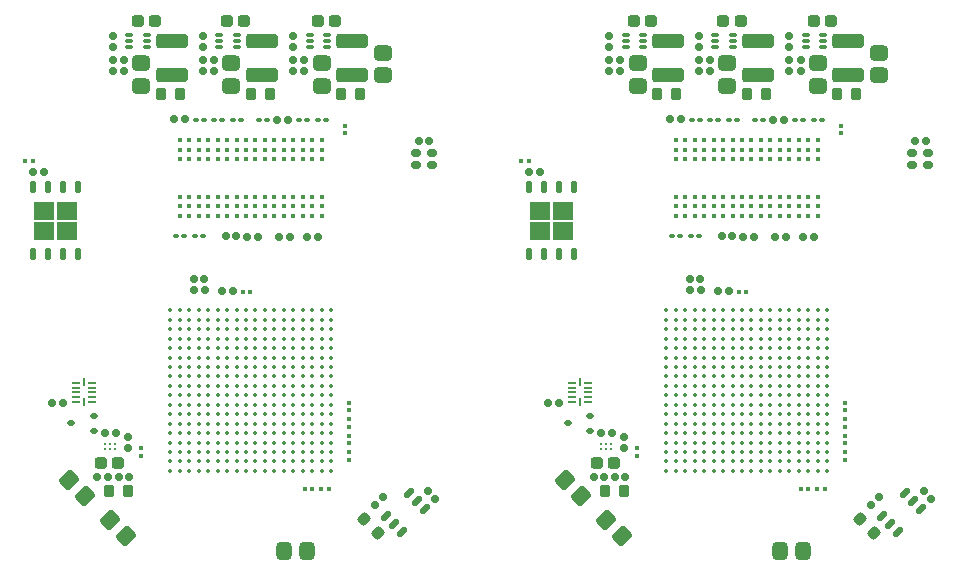
<source format=gbr>
G04*
G04 #@! TF.GenerationSoftware,Altium Limited,Altium Designer,22.4.2 (48)*
G04*
G04 Layer_Color=8421504*
%FSAX24Y24*%
%MOIN*%
G70*
G04*
G04 #@! TF.SameCoordinates,4E959B50-07AF-4267-8529-F93DF6EB4111*
G04*
G04*
G04 #@! TF.FilePolarity,Positive*
G04*
G01*
G75*
%ADD15C,0.0138*%
G04:AMPARAMS|DCode=16|XSize=31.5mil|YSize=27.6mil|CornerRadius=6.9mil|HoleSize=0mil|Usage=FLASHONLY|Rotation=0.000|XOffset=0mil|YOffset=0mil|HoleType=Round|Shape=RoundedRectangle|*
%AMROUNDEDRECTD16*
21,1,0.0315,0.0138,0,0,0.0*
21,1,0.0177,0.0276,0,0,0.0*
1,1,0.0138,0.0089,-0.0069*
1,1,0.0138,-0.0089,-0.0069*
1,1,0.0138,-0.0089,0.0069*
1,1,0.0138,0.0089,0.0069*
%
%ADD16ROUNDEDRECTD16*%
G04:AMPARAMS|DCode=17|XSize=25.2mil|YSize=25.2mil|CornerRadius=6.3mil|HoleSize=0mil|Usage=FLASHONLY|Rotation=90.000|XOffset=0mil|YOffset=0mil|HoleType=Round|Shape=RoundedRectangle|*
%AMROUNDEDRECTD17*
21,1,0.0252,0.0126,0,0,90.0*
21,1,0.0126,0.0252,0,0,90.0*
1,1,0.0126,0.0063,0.0063*
1,1,0.0126,0.0063,-0.0063*
1,1,0.0126,-0.0063,-0.0063*
1,1,0.0126,-0.0063,0.0063*
%
%ADD17ROUNDEDRECTD17*%
%ADD18C,0.0110*%
G04:AMPARAMS|DCode=19|XSize=39.4mil|YSize=35.4mil|CornerRadius=8.9mil|HoleSize=0mil|Usage=FLASHONLY|Rotation=90.000|XOffset=0mil|YOffset=0mil|HoleType=Round|Shape=RoundedRectangle|*
%AMROUNDEDRECTD19*
21,1,0.0394,0.0177,0,0,90.0*
21,1,0.0217,0.0354,0,0,90.0*
1,1,0.0177,0.0089,0.0108*
1,1,0.0177,0.0089,-0.0108*
1,1,0.0177,-0.0089,-0.0108*
1,1,0.0177,-0.0089,0.0108*
%
%ADD19ROUNDEDRECTD19*%
G04:AMPARAMS|DCode=20|XSize=39.4mil|YSize=35.4mil|CornerRadius=8.9mil|HoleSize=0mil|Usage=FLASHONLY|Rotation=225.000|XOffset=0mil|YOffset=0mil|HoleType=Round|Shape=RoundedRectangle|*
%AMROUNDEDRECTD20*
21,1,0.0394,0.0177,0,0,225.0*
21,1,0.0217,0.0354,0,0,225.0*
1,1,0.0177,-0.0139,-0.0014*
1,1,0.0177,0.0014,0.0139*
1,1,0.0177,0.0139,0.0014*
1,1,0.0177,-0.0014,-0.0139*
%
%ADD20ROUNDEDRECTD20*%
G04:AMPARAMS|DCode=21|XSize=107.1mil|YSize=48.4mil|CornerRadius=12.1mil|HoleSize=0mil|Usage=FLASHONLY|Rotation=0.000|XOffset=0mil|YOffset=0mil|HoleType=Round|Shape=RoundedRectangle|*
%AMROUNDEDRECTD21*
21,1,0.1071,0.0242,0,0,0.0*
21,1,0.0829,0.0484,0,0,0.0*
1,1,0.0242,0.0414,-0.0121*
1,1,0.0242,-0.0414,-0.0121*
1,1,0.0242,-0.0414,0.0121*
1,1,0.0242,0.0414,0.0121*
%
%ADD21ROUNDEDRECTD21*%
G04:AMPARAMS|DCode=22|XSize=59.1mil|YSize=51.2mil|CornerRadius=12.8mil|HoleSize=0mil|Usage=FLASHONLY|Rotation=0.000|XOffset=0mil|YOffset=0mil|HoleType=Round|Shape=RoundedRectangle|*
%AMROUNDEDRECTD22*
21,1,0.0591,0.0256,0,0,0.0*
21,1,0.0335,0.0512,0,0,0.0*
1,1,0.0256,0.0167,-0.0128*
1,1,0.0256,-0.0167,-0.0128*
1,1,0.0256,-0.0167,0.0128*
1,1,0.0256,0.0167,0.0128*
%
%ADD22ROUNDEDRECTD22*%
G04:AMPARAMS|DCode=23|XSize=37.4mil|YSize=41.3mil|CornerRadius=9.4mil|HoleSize=0mil|Usage=FLASHONLY|Rotation=270.000|XOffset=0mil|YOffset=0mil|HoleType=Round|Shape=RoundedRectangle|*
%AMROUNDEDRECTD23*
21,1,0.0374,0.0226,0,0,270.0*
21,1,0.0187,0.0413,0,0,270.0*
1,1,0.0187,-0.0113,-0.0094*
1,1,0.0187,-0.0113,0.0094*
1,1,0.0187,0.0113,0.0094*
1,1,0.0187,0.0113,-0.0094*
%
%ADD23ROUNDEDRECTD23*%
G04:AMPARAMS|DCode=24|XSize=59.1mil|YSize=51.2mil|CornerRadius=12.8mil|HoleSize=0mil|Usage=FLASHONLY|Rotation=45.000|XOffset=0mil|YOffset=0mil|HoleType=Round|Shape=RoundedRectangle|*
%AMROUNDEDRECTD24*
21,1,0.0591,0.0256,0,0,45.0*
21,1,0.0335,0.0512,0,0,45.0*
1,1,0.0256,0.0209,0.0028*
1,1,0.0256,-0.0028,-0.0209*
1,1,0.0256,-0.0209,-0.0028*
1,1,0.0256,0.0028,0.0209*
%
%ADD24ROUNDEDRECTD24*%
G04:AMPARAMS|DCode=25|XSize=59.1mil|YSize=51.2mil|CornerRadius=12.8mil|HoleSize=0mil|Usage=FLASHONLY|Rotation=90.000|XOffset=0mil|YOffset=0mil|HoleType=Round|Shape=RoundedRectangle|*
%AMROUNDEDRECTD25*
21,1,0.0591,0.0256,0,0,90.0*
21,1,0.0335,0.0512,0,0,90.0*
1,1,0.0256,0.0128,0.0167*
1,1,0.0256,0.0128,-0.0167*
1,1,0.0256,-0.0128,-0.0167*
1,1,0.0256,-0.0128,0.0167*
%
%ADD25ROUNDEDRECTD25*%
G04:AMPARAMS|DCode=26|XSize=23.6mil|YSize=23.6mil|CornerRadius=5.9mil|HoleSize=0mil|Usage=FLASHONLY|Rotation=270.000|XOffset=0mil|YOffset=0mil|HoleType=Round|Shape=RoundedRectangle|*
%AMROUNDEDRECTD26*
21,1,0.0236,0.0118,0,0,270.0*
21,1,0.0118,0.0236,0,0,270.0*
1,1,0.0118,-0.0059,-0.0059*
1,1,0.0118,-0.0059,0.0059*
1,1,0.0118,0.0059,0.0059*
1,1,0.0118,0.0059,-0.0059*
%
%ADD26ROUNDEDRECTD26*%
G04:AMPARAMS|DCode=27|XSize=23.6mil|YSize=23.6mil|CornerRadius=5.9mil|HoleSize=0mil|Usage=FLASHONLY|Rotation=0.000|XOffset=0mil|YOffset=0mil|HoleType=Round|Shape=RoundedRectangle|*
%AMROUNDEDRECTD27*
21,1,0.0236,0.0118,0,0,0.0*
21,1,0.0118,0.0236,0,0,0.0*
1,1,0.0118,0.0059,-0.0059*
1,1,0.0118,-0.0059,-0.0059*
1,1,0.0118,-0.0059,0.0059*
1,1,0.0118,0.0059,0.0059*
%
%ADD27ROUNDEDRECTD27*%
G04:AMPARAMS|DCode=28|XSize=25.2mil|YSize=25.2mil|CornerRadius=6.3mil|HoleSize=0mil|Usage=FLASHONLY|Rotation=0.000|XOffset=0mil|YOffset=0mil|HoleType=Round|Shape=RoundedRectangle|*
%AMROUNDEDRECTD28*
21,1,0.0252,0.0126,0,0,0.0*
21,1,0.0126,0.0252,0,0,0.0*
1,1,0.0126,0.0063,-0.0063*
1,1,0.0126,-0.0063,-0.0063*
1,1,0.0126,-0.0063,0.0063*
1,1,0.0126,0.0063,0.0063*
%
%ADD28ROUNDEDRECTD28*%
G04:AMPARAMS|DCode=29|XSize=25.2mil|YSize=25.2mil|CornerRadius=6.3mil|HoleSize=0mil|Usage=FLASHONLY|Rotation=315.000|XOffset=0mil|YOffset=0mil|HoleType=Round|Shape=RoundedRectangle|*
%AMROUNDEDRECTD29*
21,1,0.0252,0.0126,0,0,315.0*
21,1,0.0126,0.0252,0,0,315.0*
1,1,0.0126,0.0000,-0.0089*
1,1,0.0126,-0.0089,0.0000*
1,1,0.0126,0.0000,0.0089*
1,1,0.0126,0.0089,0.0000*
%
%ADD29ROUNDEDRECTD29*%
G04:AMPARAMS|DCode=30|XSize=25.2mil|YSize=25.2mil|CornerRadius=6.3mil|HoleSize=0mil|Usage=FLASHONLY|Rotation=225.000|XOffset=0mil|YOffset=0mil|HoleType=Round|Shape=RoundedRectangle|*
%AMROUNDEDRECTD30*
21,1,0.0252,0.0126,0,0,225.0*
21,1,0.0126,0.0252,0,0,225.0*
1,1,0.0126,-0.0089,0.0000*
1,1,0.0126,0.0000,0.0089*
1,1,0.0126,0.0089,0.0000*
1,1,0.0126,0.0000,-0.0089*
%
%ADD30ROUNDEDRECTD30*%
G04:AMPARAMS|DCode=31|XSize=13.8mil|YSize=15.7mil|CornerRadius=3.4mil|HoleSize=0mil|Usage=FLASHONLY|Rotation=270.000|XOffset=0mil|YOffset=0mil|HoleType=Round|Shape=RoundedRectangle|*
%AMROUNDEDRECTD31*
21,1,0.0138,0.0089,0,0,270.0*
21,1,0.0069,0.0157,0,0,270.0*
1,1,0.0069,-0.0044,-0.0034*
1,1,0.0069,-0.0044,0.0034*
1,1,0.0069,0.0044,0.0034*
1,1,0.0069,0.0044,-0.0034*
%
%ADD31ROUNDEDRECTD31*%
G04:AMPARAMS|DCode=32|XSize=13.8mil|YSize=15.7mil|CornerRadius=3.4mil|HoleSize=0mil|Usage=FLASHONLY|Rotation=180.000|XOffset=0mil|YOffset=0mil|HoleType=Round|Shape=RoundedRectangle|*
%AMROUNDEDRECTD32*
21,1,0.0138,0.0089,0,0,180.0*
21,1,0.0069,0.0157,0,0,180.0*
1,1,0.0069,-0.0034,0.0044*
1,1,0.0069,0.0034,0.0044*
1,1,0.0069,0.0034,-0.0044*
1,1,0.0069,-0.0034,-0.0044*
%
%ADD32ROUNDEDRECTD32*%
G04:AMPARAMS|DCode=33|XSize=16.5mil|YSize=18.1mil|CornerRadius=4.1mil|HoleSize=0mil|Usage=FLASHONLY|Rotation=270.000|XOffset=0mil|YOffset=0mil|HoleType=Round|Shape=RoundedRectangle|*
%AMROUNDEDRECTD33*
21,1,0.0165,0.0098,0,0,270.0*
21,1,0.0083,0.0181,0,0,270.0*
1,1,0.0083,-0.0049,-0.0041*
1,1,0.0083,-0.0049,0.0041*
1,1,0.0083,0.0049,0.0041*
1,1,0.0083,0.0049,-0.0041*
%
%ADD33ROUNDEDRECTD33*%
G04:AMPARAMS|DCode=34|XSize=11.8mil|YSize=26.4mil|CornerRadius=3mil|HoleSize=0mil|Usage=FLASHONLY|Rotation=270.000|XOffset=0mil|YOffset=0mil|HoleType=Round|Shape=RoundedRectangle|*
%AMROUNDEDRECTD34*
21,1,0.0118,0.0205,0,0,270.0*
21,1,0.0059,0.0264,0,0,270.0*
1,1,0.0059,-0.0102,-0.0030*
1,1,0.0059,-0.0102,0.0030*
1,1,0.0059,0.0102,0.0030*
1,1,0.0059,0.0102,-0.0030*
%
%ADD34ROUNDEDRECTD34*%
%ADD35C,0.0157*%
G04:AMPARAMS|DCode=36|XSize=21.7mil|YSize=39.4mil|CornerRadius=5.4mil|HoleSize=0mil|Usage=FLASHONLY|Rotation=135.000|XOffset=0mil|YOffset=0mil|HoleType=Round|Shape=RoundedRectangle|*
%AMROUNDEDRECTD36*
21,1,0.0217,0.0285,0,0,135.0*
21,1,0.0108,0.0394,0,0,135.0*
1,1,0.0108,0.0063,0.0139*
1,1,0.0108,0.0139,0.0063*
1,1,0.0108,-0.0063,-0.0139*
1,1,0.0108,-0.0139,-0.0063*
%
%ADD36ROUNDEDRECTD36*%
G04:AMPARAMS|DCode=37|XSize=18.5mil|YSize=23.6mil|CornerRadius=4.6mil|HoleSize=0mil|Usage=FLASHONLY|Rotation=90.000|XOffset=0mil|YOffset=0mil|HoleType=Round|Shape=RoundedRectangle|*
%AMROUNDEDRECTD37*
21,1,0.0185,0.0144,0,0,90.0*
21,1,0.0093,0.0236,0,0,90.0*
1,1,0.0093,0.0072,0.0046*
1,1,0.0093,0.0072,-0.0046*
1,1,0.0093,-0.0072,-0.0046*
1,1,0.0093,-0.0072,0.0046*
%
%ADD37ROUNDEDRECTD37*%
G04:AMPARAMS|DCode=38|XSize=7.9mil|YSize=27.6mil|CornerRadius=2mil|HoleSize=0mil|Usage=FLASHONLY|Rotation=180.000|XOffset=0mil|YOffset=0mil|HoleType=Round|Shape=RoundedRectangle|*
%AMROUNDEDRECTD38*
21,1,0.0079,0.0236,0,0,180.0*
21,1,0.0039,0.0276,0,0,180.0*
1,1,0.0039,-0.0020,0.0118*
1,1,0.0039,0.0020,0.0118*
1,1,0.0039,0.0020,-0.0118*
1,1,0.0039,-0.0020,-0.0118*
%
%ADD38ROUNDEDRECTD38*%
G04:AMPARAMS|DCode=39|XSize=7.9mil|YSize=27.6mil|CornerRadius=2mil|HoleSize=0mil|Usage=FLASHONLY|Rotation=270.000|XOffset=0mil|YOffset=0mil|HoleType=Round|Shape=RoundedRectangle|*
%AMROUNDEDRECTD39*
21,1,0.0079,0.0236,0,0,270.0*
21,1,0.0039,0.0276,0,0,270.0*
1,1,0.0039,-0.0118,-0.0020*
1,1,0.0039,-0.0118,0.0020*
1,1,0.0039,0.0118,0.0020*
1,1,0.0039,0.0118,-0.0020*
%
%ADD39ROUNDEDRECTD39*%
G04:AMPARAMS|DCode=40|XSize=17.7mil|YSize=41.3mil|CornerRadius=4.4mil|HoleSize=0mil|Usage=FLASHONLY|Rotation=180.000|XOffset=0mil|YOffset=0mil|HoleType=Round|Shape=RoundedRectangle|*
%AMROUNDEDRECTD40*
21,1,0.0177,0.0325,0,0,180.0*
21,1,0.0089,0.0413,0,0,180.0*
1,1,0.0089,-0.0044,0.0162*
1,1,0.0089,0.0044,0.0162*
1,1,0.0089,0.0044,-0.0162*
1,1,0.0089,-0.0044,-0.0162*
%
%ADD40ROUNDEDRECTD40*%
%ADD60R,0.0709X0.0591*%
%ADD61R,0.0709X0.0591*%
%ADD62R,0.0709X0.0591*%
%ADD63R,0.0709X0.0591*%
D15*
X012913Y009528D02*
D03*
X013228Y008898D02*
D03*
Y012677D02*
D03*
X014173Y012992D02*
D03*
X013228Y009528D02*
D03*
Y012362D02*
D03*
X014488Y012992D02*
D03*
Y013307D02*
D03*
Y012677D02*
D03*
X014173Y013307D02*
D03*
Y012677D02*
D03*
X014488Y012362D02*
D03*
X014173D02*
D03*
Y012047D02*
D03*
X013858Y012362D02*
D03*
Y012047D02*
D03*
Y013307D02*
D03*
X013543Y012992D02*
D03*
X013858D02*
D03*
X013543Y013307D02*
D03*
X013228Y012992D02*
D03*
X013858Y012677D02*
D03*
X013543Y012362D02*
D03*
Y012047D02*
D03*
Y012677D02*
D03*
X014488Y011732D02*
D03*
Y012047D02*
D03*
Y011417D02*
D03*
X014173D02*
D03*
Y011732D02*
D03*
X013858Y011102D02*
D03*
X014488D02*
D03*
X014173Y010787D02*
D03*
X014488D02*
D03*
X014173Y011102D02*
D03*
X013858Y010787D02*
D03*
Y011732D02*
D03*
X013543D02*
D03*
Y011417D02*
D03*
X013228Y011732D02*
D03*
Y011417D02*
D03*
X013858D02*
D03*
X013543Y011102D02*
D03*
Y010787D02*
D03*
X013228Y011102D02*
D03*
Y010787D02*
D03*
Y013307D02*
D03*
X012913D02*
D03*
Y012992D02*
D03*
X012598D02*
D03*
Y013307D02*
D03*
Y012677D02*
D03*
X012913Y012362D02*
D03*
Y012677D02*
D03*
X013228Y012047D02*
D03*
X012598Y012362D02*
D03*
X012283Y012047D02*
D03*
Y013307D02*
D03*
X011969Y012992D02*
D03*
X012283D02*
D03*
X011969Y013307D02*
D03*
X011654D02*
D03*
Y012992D02*
D03*
X012283Y012677D02*
D03*
X011969Y012362D02*
D03*
X012283D02*
D03*
X011654Y012677D02*
D03*
X011969D02*
D03*
X012913Y011732D02*
D03*
Y012047D02*
D03*
Y011417D02*
D03*
X012598Y011732D02*
D03*
Y012047D02*
D03*
Y011417D02*
D03*
X012913Y011102D02*
D03*
X012598Y010787D02*
D03*
X012913D02*
D03*
X012598Y011102D02*
D03*
X012283Y010787D02*
D03*
Y011732D02*
D03*
X011969Y011417D02*
D03*
X012283D02*
D03*
X011969Y012047D02*
D03*
Y011732D02*
D03*
X012283Y011102D02*
D03*
X011969D02*
D03*
Y010787D02*
D03*
X011654Y011102D02*
D03*
X014488Y010157D02*
D03*
Y010472D02*
D03*
Y009843D02*
D03*
X014173D02*
D03*
Y010157D02*
D03*
Y009528D02*
D03*
X014488D02*
D03*
X014173Y009213D02*
D03*
Y010472D02*
D03*
X013858D02*
D03*
Y010157D02*
D03*
X013543D02*
D03*
Y010472D02*
D03*
Y009843D02*
D03*
X013858Y009528D02*
D03*
Y009843D02*
D03*
X013543Y009213D02*
D03*
Y009528D02*
D03*
X013228Y009213D02*
D03*
X014488Y008898D02*
D03*
Y009213D02*
D03*
Y008583D02*
D03*
X014173D02*
D03*
Y008898D02*
D03*
X013858Y008268D02*
D03*
X014488D02*
D03*
X014173Y007953D02*
D03*
X014488D02*
D03*
X014173Y008268D02*
D03*
X013858Y007953D02*
D03*
Y008898D02*
D03*
Y009213D02*
D03*
X013543Y008583D02*
D03*
Y008898D02*
D03*
X013858Y008583D02*
D03*
X013543Y008268D02*
D03*
Y007953D02*
D03*
X013228Y008268D02*
D03*
Y007953D02*
D03*
Y010472D02*
D03*
X012913Y010157D02*
D03*
X013228D02*
D03*
X012913Y010472D02*
D03*
X012598Y010157D02*
D03*
Y009843D02*
D03*
X013228D02*
D03*
X012913D02*
D03*
X012598Y009528D02*
D03*
Y010472D02*
D03*
X012283D02*
D03*
X011969Y010157D02*
D03*
Y010472D02*
D03*
X011654Y010157D02*
D03*
X012283Y009843D02*
D03*
Y010157D02*
D03*
Y009528D02*
D03*
X011969Y009843D02*
D03*
Y009528D02*
D03*
X012913Y008898D02*
D03*
Y009213D02*
D03*
Y008583D02*
D03*
X012598Y008898D02*
D03*
Y009213D02*
D03*
Y008583D02*
D03*
X013228D02*
D03*
X012913Y008268D02*
D03*
Y007953D02*
D03*
X012598Y008268D02*
D03*
Y007953D02*
D03*
X012283Y008898D02*
D03*
Y009213D02*
D03*
X011969Y008583D02*
D03*
Y009213D02*
D03*
Y008898D02*
D03*
X012283Y008268D02*
D03*
Y008583D02*
D03*
Y007953D02*
D03*
X011969Y008268D02*
D03*
Y007953D02*
D03*
X011339Y012992D02*
D03*
Y013307D02*
D03*
Y012677D02*
D03*
X011024Y012992D02*
D03*
Y013307D02*
D03*
Y012677D02*
D03*
X011654Y012362D02*
D03*
X011339D02*
D03*
Y012047D02*
D03*
X011024Y012362D02*
D03*
Y012047D02*
D03*
X010709Y013307D02*
D03*
X010394Y012992D02*
D03*
X010709D02*
D03*
Y012362D02*
D03*
Y012677D02*
D03*
Y012047D02*
D03*
X010394Y012362D02*
D03*
Y012047D02*
D03*
X011654Y011732D02*
D03*
Y012047D02*
D03*
Y011417D02*
D03*
X011339D02*
D03*
Y011732D02*
D03*
Y011102D02*
D03*
X011654Y010787D02*
D03*
X011339D02*
D03*
Y010472D02*
D03*
X011024Y010787D02*
D03*
Y010472D02*
D03*
Y011732D02*
D03*
X010709Y011417D02*
D03*
X011024D02*
D03*
X010709Y011732D02*
D03*
X010394Y011417D02*
D03*
X011024Y011102D02*
D03*
X010709D02*
D03*
Y010787D02*
D03*
X010394Y011102D02*
D03*
Y010787D02*
D03*
Y013307D02*
D03*
X010079Y012992D02*
D03*
Y012677D02*
D03*
Y013307D02*
D03*
X009764Y012992D02*
D03*
Y012677D02*
D03*
X010394D02*
D03*
X010079Y012362D02*
D03*
Y012047D02*
D03*
X009764Y012362D02*
D03*
Y012047D02*
D03*
Y013307D02*
D03*
X009449D02*
D03*
Y012992D02*
D03*
X009134D02*
D03*
Y013307D02*
D03*
Y012677D02*
D03*
X009449Y012362D02*
D03*
Y012677D02*
D03*
Y012047D02*
D03*
X009134Y012362D02*
D03*
Y012047D02*
D03*
X010394Y011732D02*
D03*
X010079Y011417D02*
D03*
Y011102D02*
D03*
Y011732D02*
D03*
X009764Y011417D02*
D03*
Y011102D02*
D03*
X010079Y010472D02*
D03*
Y010787D02*
D03*
X010394Y010472D02*
D03*
X009764Y010787D02*
D03*
Y010472D02*
D03*
Y011732D02*
D03*
X009449D02*
D03*
Y011417D02*
D03*
X009134Y011732D02*
D03*
Y011417D02*
D03*
X009449Y010787D02*
D03*
Y011102D02*
D03*
Y010472D02*
D03*
X009134Y011102D02*
D03*
Y010787D02*
D03*
X011654Y009843D02*
D03*
Y010472D02*
D03*
Y009528D02*
D03*
X011339Y009843D02*
D03*
Y010157D02*
D03*
Y009528D02*
D03*
X011654Y009213D02*
D03*
X011339Y008898D02*
D03*
X011024Y009213D02*
D03*
X011339D02*
D03*
X011024Y010157D02*
D03*
X010709Y009843D02*
D03*
X011024D02*
D03*
X010709Y010157D02*
D03*
Y010472D02*
D03*
X010394Y009528D02*
D03*
X011024D02*
D03*
X010709Y009213D02*
D03*
Y009528D02*
D03*
X010394Y008898D02*
D03*
X011654D02*
D03*
X011339Y008583D02*
D03*
X011654D02*
D03*
X011024D02*
D03*
Y008898D02*
D03*
Y008268D02*
D03*
X011654D02*
D03*
X011339Y007953D02*
D03*
X011654D02*
D03*
X011339Y008268D02*
D03*
X011024Y007953D02*
D03*
X010709Y008583D02*
D03*
Y008898D02*
D03*
Y008268D02*
D03*
X010394Y008583D02*
D03*
Y008268D02*
D03*
Y007953D02*
D03*
X010709D02*
D03*
X010394Y010157D02*
D03*
X010079Y009843D02*
D03*
X010394D02*
D03*
X010079Y010157D02*
D03*
X009764D02*
D03*
Y009843D02*
D03*
X010079Y009528D02*
D03*
X009764Y009213D02*
D03*
X010079D02*
D03*
X009764Y009528D02*
D03*
X009449Y009213D02*
D03*
Y009843D02*
D03*
Y010157D02*
D03*
X009134Y009528D02*
D03*
Y010157D02*
D03*
Y010472D02*
D03*
Y009843D02*
D03*
X009449Y009528D02*
D03*
X009134Y009213D02*
D03*
X010394D02*
D03*
X010079Y008898D02*
D03*
Y008583D02*
D03*
X009764D02*
D03*
Y008898D02*
D03*
X009449Y008268D02*
D03*
X010079D02*
D03*
X009764Y007953D02*
D03*
X010079D02*
D03*
X009764Y008268D02*
D03*
X009449Y007953D02*
D03*
Y008583D02*
D03*
Y008898D02*
D03*
X009134Y008268D02*
D03*
Y008898D02*
D03*
Y008583D02*
D03*
Y007953D02*
D03*
X029449Y009528D02*
D03*
X029764Y008898D02*
D03*
Y012677D02*
D03*
X030709Y012992D02*
D03*
X029764Y009528D02*
D03*
Y012362D02*
D03*
X031024Y012992D02*
D03*
Y013307D02*
D03*
Y012677D02*
D03*
X030709Y013307D02*
D03*
Y012677D02*
D03*
X031024Y012362D02*
D03*
X030709D02*
D03*
Y012047D02*
D03*
X030394Y012362D02*
D03*
Y012047D02*
D03*
Y013307D02*
D03*
X030079Y012992D02*
D03*
X030394D02*
D03*
X030079Y013307D02*
D03*
X029764Y012992D02*
D03*
X030394Y012677D02*
D03*
X030079Y012362D02*
D03*
Y012047D02*
D03*
Y012677D02*
D03*
X031024Y011732D02*
D03*
Y012047D02*
D03*
Y011417D02*
D03*
X030709D02*
D03*
Y011732D02*
D03*
X030394Y011102D02*
D03*
X031024D02*
D03*
X030709Y010787D02*
D03*
X031024D02*
D03*
X030709Y011102D02*
D03*
X030394Y010787D02*
D03*
Y011732D02*
D03*
X030079D02*
D03*
Y011417D02*
D03*
X029764Y011732D02*
D03*
Y011417D02*
D03*
X030394D02*
D03*
X030079Y011102D02*
D03*
Y010787D02*
D03*
X029764Y011102D02*
D03*
Y010787D02*
D03*
Y013307D02*
D03*
X029449D02*
D03*
Y012992D02*
D03*
X029134D02*
D03*
Y013307D02*
D03*
Y012677D02*
D03*
X029449Y012362D02*
D03*
Y012677D02*
D03*
X029764Y012047D02*
D03*
X029134Y012362D02*
D03*
X028819Y012047D02*
D03*
Y013307D02*
D03*
X028504Y012992D02*
D03*
X028819D02*
D03*
X028504Y013307D02*
D03*
X028189D02*
D03*
Y012992D02*
D03*
X028819Y012677D02*
D03*
X028504Y012362D02*
D03*
X028819D02*
D03*
X028189Y012677D02*
D03*
X028504D02*
D03*
X029449Y011732D02*
D03*
Y012047D02*
D03*
Y011417D02*
D03*
X029134Y011732D02*
D03*
Y012047D02*
D03*
Y011417D02*
D03*
X029449Y011102D02*
D03*
X029134Y010787D02*
D03*
X029449D02*
D03*
X029134Y011102D02*
D03*
X028819Y010787D02*
D03*
Y011732D02*
D03*
X028504Y011417D02*
D03*
X028819D02*
D03*
X028504Y012047D02*
D03*
Y011732D02*
D03*
X028819Y011102D02*
D03*
X028504D02*
D03*
Y010787D02*
D03*
X028189Y011102D02*
D03*
X031024Y010157D02*
D03*
Y010472D02*
D03*
Y009843D02*
D03*
X030709D02*
D03*
Y010157D02*
D03*
Y009528D02*
D03*
X031024D02*
D03*
X030709Y009213D02*
D03*
Y010472D02*
D03*
X030394D02*
D03*
Y010157D02*
D03*
X030079D02*
D03*
Y010472D02*
D03*
Y009843D02*
D03*
X030394Y009528D02*
D03*
Y009843D02*
D03*
X030079Y009213D02*
D03*
Y009528D02*
D03*
X029764Y009213D02*
D03*
X031024Y008898D02*
D03*
Y009213D02*
D03*
Y008583D02*
D03*
X030709D02*
D03*
Y008898D02*
D03*
X030394Y008268D02*
D03*
X031024D02*
D03*
X030709Y007953D02*
D03*
X031024D02*
D03*
X030709Y008268D02*
D03*
X030394Y007953D02*
D03*
Y008898D02*
D03*
Y009213D02*
D03*
X030079Y008583D02*
D03*
Y008898D02*
D03*
X030394Y008583D02*
D03*
X030079Y008268D02*
D03*
Y007953D02*
D03*
X029764Y008268D02*
D03*
Y007953D02*
D03*
Y010472D02*
D03*
X029449Y010157D02*
D03*
X029764D02*
D03*
X029449Y010472D02*
D03*
X029134Y010157D02*
D03*
Y009843D02*
D03*
X029764D02*
D03*
X029449D02*
D03*
X029134Y009528D02*
D03*
Y010472D02*
D03*
X028819D02*
D03*
X028504Y010157D02*
D03*
Y010472D02*
D03*
X028189Y010157D02*
D03*
X028819Y009843D02*
D03*
Y010157D02*
D03*
Y009528D02*
D03*
X028504Y009843D02*
D03*
Y009528D02*
D03*
X029449Y008898D02*
D03*
Y009213D02*
D03*
Y008583D02*
D03*
X029134Y008898D02*
D03*
Y009213D02*
D03*
Y008583D02*
D03*
X029764D02*
D03*
X029449Y008268D02*
D03*
Y007953D02*
D03*
X029134Y008268D02*
D03*
Y007953D02*
D03*
X028819Y008898D02*
D03*
Y009213D02*
D03*
X028504Y008583D02*
D03*
Y009213D02*
D03*
Y008898D02*
D03*
X028819Y008268D02*
D03*
Y008583D02*
D03*
Y007953D02*
D03*
X028504Y008268D02*
D03*
Y007953D02*
D03*
X027874Y012992D02*
D03*
Y013307D02*
D03*
Y012677D02*
D03*
X027559Y012992D02*
D03*
Y013307D02*
D03*
Y012677D02*
D03*
X028189Y012362D02*
D03*
X027874D02*
D03*
Y012047D02*
D03*
X027559Y012362D02*
D03*
Y012047D02*
D03*
X027244Y013307D02*
D03*
X026929Y012992D02*
D03*
X027244D02*
D03*
Y012362D02*
D03*
Y012677D02*
D03*
Y012047D02*
D03*
X026929Y012362D02*
D03*
Y012047D02*
D03*
X028189Y011732D02*
D03*
Y012047D02*
D03*
Y011417D02*
D03*
X027874D02*
D03*
Y011732D02*
D03*
Y011102D02*
D03*
X028189Y010787D02*
D03*
X027874D02*
D03*
Y010472D02*
D03*
X027559Y010787D02*
D03*
Y010472D02*
D03*
Y011732D02*
D03*
X027244Y011417D02*
D03*
X027559D02*
D03*
X027244Y011732D02*
D03*
X026929Y011417D02*
D03*
X027559Y011102D02*
D03*
X027244D02*
D03*
Y010787D02*
D03*
X026929Y011102D02*
D03*
Y010787D02*
D03*
Y013307D02*
D03*
X026614Y012992D02*
D03*
Y012677D02*
D03*
Y013307D02*
D03*
X026299Y012992D02*
D03*
Y012677D02*
D03*
X026929D02*
D03*
X026614Y012362D02*
D03*
Y012047D02*
D03*
X026299Y012362D02*
D03*
Y012047D02*
D03*
Y013307D02*
D03*
X025984D02*
D03*
Y012992D02*
D03*
X025669D02*
D03*
Y013307D02*
D03*
Y012677D02*
D03*
X025984Y012362D02*
D03*
Y012677D02*
D03*
Y012047D02*
D03*
X025669Y012362D02*
D03*
Y012047D02*
D03*
X026929Y011732D02*
D03*
X026614Y011417D02*
D03*
Y011102D02*
D03*
Y011732D02*
D03*
X026299Y011417D02*
D03*
Y011102D02*
D03*
X026614Y010472D02*
D03*
Y010787D02*
D03*
X026929Y010472D02*
D03*
X026299Y010787D02*
D03*
Y010472D02*
D03*
Y011732D02*
D03*
X025984D02*
D03*
Y011417D02*
D03*
X025669Y011732D02*
D03*
Y011417D02*
D03*
X025984Y010787D02*
D03*
Y011102D02*
D03*
Y010472D02*
D03*
X025669Y011102D02*
D03*
Y010787D02*
D03*
X028189Y009843D02*
D03*
Y010472D02*
D03*
Y009528D02*
D03*
X027874Y009843D02*
D03*
Y010157D02*
D03*
Y009528D02*
D03*
X028189Y009213D02*
D03*
X027874Y008898D02*
D03*
X027559Y009213D02*
D03*
X027874D02*
D03*
X027559Y010157D02*
D03*
X027244Y009843D02*
D03*
X027559D02*
D03*
X027244Y010157D02*
D03*
Y010472D02*
D03*
X026929Y009528D02*
D03*
X027559D02*
D03*
X027244Y009213D02*
D03*
Y009528D02*
D03*
X026929Y008898D02*
D03*
X028189D02*
D03*
X027874Y008583D02*
D03*
X028189D02*
D03*
X027559D02*
D03*
Y008898D02*
D03*
Y008268D02*
D03*
X028189D02*
D03*
X027874Y007953D02*
D03*
X028189D02*
D03*
X027874Y008268D02*
D03*
X027559Y007953D02*
D03*
X027244Y008583D02*
D03*
Y008898D02*
D03*
Y008268D02*
D03*
X026929Y008583D02*
D03*
Y008268D02*
D03*
Y007953D02*
D03*
X027244D02*
D03*
X026929Y010157D02*
D03*
X026614Y009843D02*
D03*
X026929D02*
D03*
X026614Y010157D02*
D03*
X026299D02*
D03*
Y009843D02*
D03*
X026614Y009528D02*
D03*
X026299Y009213D02*
D03*
X026614D02*
D03*
X026299Y009528D02*
D03*
X025984Y009213D02*
D03*
Y009843D02*
D03*
Y010157D02*
D03*
X025669Y009528D02*
D03*
Y010157D02*
D03*
Y010472D02*
D03*
Y009843D02*
D03*
X025984Y009528D02*
D03*
X025669Y009213D02*
D03*
X026929D02*
D03*
X026614Y008898D02*
D03*
Y008583D02*
D03*
X026299D02*
D03*
Y008898D02*
D03*
X025984Y008268D02*
D03*
X026614D02*
D03*
X026299Y007953D02*
D03*
X026614D02*
D03*
X026299Y008268D02*
D03*
X025984Y007953D02*
D03*
Y008583D02*
D03*
Y008898D02*
D03*
X025669Y008268D02*
D03*
Y008898D02*
D03*
Y008583D02*
D03*
Y007953D02*
D03*
D16*
X017334Y018544D02*
D03*
X017846D02*
D03*
Y018150D02*
D03*
X017334D02*
D03*
X033870Y018544D02*
D03*
X034381D02*
D03*
Y018150D02*
D03*
X033870D02*
D03*
D17*
X017770Y018947D02*
D03*
X017407D02*
D03*
X006955Y009232D02*
D03*
X007317D02*
D03*
X010280Y013976D02*
D03*
X009917D02*
D03*
X013124Y015748D02*
D03*
X012762D02*
D03*
X012061D02*
D03*
X011699D02*
D03*
X013677D02*
D03*
X014039D02*
D03*
X009268Y019685D02*
D03*
X009630D02*
D03*
X004915Y017913D02*
D03*
X004553D02*
D03*
X005193Y010207D02*
D03*
X005555D02*
D03*
X034305Y018947D02*
D03*
X033943D02*
D03*
X023490Y009232D02*
D03*
X023852D02*
D03*
X026815Y013976D02*
D03*
X026453D02*
D03*
X029659Y015748D02*
D03*
X029297D02*
D03*
X028596D02*
D03*
X028234D02*
D03*
X030213D02*
D03*
X030575D02*
D03*
X025803Y019685D02*
D03*
X026165D02*
D03*
X021451Y017913D02*
D03*
X021089D02*
D03*
X021728Y010207D02*
D03*
X022091D02*
D03*
D18*
X007274Y008848D02*
D03*
Y008691D02*
D03*
X007116Y008848D02*
D03*
Y008691D02*
D03*
X006959Y008848D02*
D03*
Y008691D02*
D03*
X023809Y008848D02*
D03*
Y008691D02*
D03*
X023652Y008848D02*
D03*
Y008691D02*
D03*
X023494Y008848D02*
D03*
Y008691D02*
D03*
D19*
X008819Y020512D02*
D03*
X009449D02*
D03*
X007077Y007274D02*
D03*
X007707D02*
D03*
X011811Y020512D02*
D03*
X012441D02*
D03*
X014823D02*
D03*
X015453D02*
D03*
X025354D02*
D03*
X025984D02*
D03*
X023612Y007274D02*
D03*
X024242D02*
D03*
X028346Y020512D02*
D03*
X028976D02*
D03*
X031358D02*
D03*
X031988D02*
D03*
D20*
X016040Y005899D02*
D03*
X015594Y006345D02*
D03*
X032575Y005899D02*
D03*
X032130Y006345D02*
D03*
D21*
X012185Y022278D02*
D03*
Y021148D02*
D03*
X009193Y022278D02*
D03*
Y021148D02*
D03*
X015197Y022278D02*
D03*
Y021148D02*
D03*
X028720Y022278D02*
D03*
Y021148D02*
D03*
X025728Y022278D02*
D03*
Y021148D02*
D03*
X031732Y022278D02*
D03*
Y021148D02*
D03*
D22*
X008169Y020797D02*
D03*
Y021545D02*
D03*
X011161Y020797D02*
D03*
Y021545D02*
D03*
X016220Y021152D02*
D03*
Y021900D02*
D03*
X014173Y020797D02*
D03*
Y021545D02*
D03*
X024705Y020797D02*
D03*
Y021545D02*
D03*
X027697Y020797D02*
D03*
Y021545D02*
D03*
X032756Y021152D02*
D03*
Y021900D02*
D03*
X030709Y020797D02*
D03*
Y021545D02*
D03*
D23*
X007402Y008219D02*
D03*
X006831D02*
D03*
X014045Y022963D02*
D03*
X014616D02*
D03*
X011033Y022963D02*
D03*
X011604D02*
D03*
X008041D02*
D03*
X008612D02*
D03*
X023937Y008219D02*
D03*
X023366D02*
D03*
X030581Y022963D02*
D03*
X031152D02*
D03*
X027569Y022963D02*
D03*
X028140D02*
D03*
X024577D02*
D03*
X025148D02*
D03*
D24*
X006278Y007117D02*
D03*
X005749Y007646D02*
D03*
X007117Y006318D02*
D03*
X007646Y005789D02*
D03*
X022814Y007117D02*
D03*
X022285Y007646D02*
D03*
X023653Y006318D02*
D03*
X024182Y005789D02*
D03*
D25*
X013671Y005295D02*
D03*
X012923D02*
D03*
X030207D02*
D03*
X029459D02*
D03*
D26*
X007766Y007746D02*
D03*
X007411D02*
D03*
X007057D02*
D03*
X006703D02*
D03*
X009911Y014350D02*
D03*
X010266D02*
D03*
X011329Y015768D02*
D03*
X010974D02*
D03*
X010866Y013957D02*
D03*
X011220D02*
D03*
X012697Y019665D02*
D03*
X013051D02*
D03*
X024301Y007746D02*
D03*
X023947D02*
D03*
X023593D02*
D03*
X023238D02*
D03*
X026447Y014350D02*
D03*
X026801D02*
D03*
X027864Y015768D02*
D03*
X027510D02*
D03*
X027402Y013957D02*
D03*
X027756D02*
D03*
X029232Y019665D02*
D03*
X029587D02*
D03*
D27*
X007224Y022451D02*
D03*
Y022096D02*
D03*
Y021634D02*
D03*
Y021280D02*
D03*
X010217Y022451D02*
D03*
Y022096D02*
D03*
Y021634D02*
D03*
Y021280D02*
D03*
X013228Y022451D02*
D03*
Y022096D02*
D03*
X013228Y021634D02*
D03*
Y021280D02*
D03*
X023760Y022451D02*
D03*
Y022096D02*
D03*
Y021634D02*
D03*
Y021280D02*
D03*
X026752Y022451D02*
D03*
Y022096D02*
D03*
Y021634D02*
D03*
Y021280D02*
D03*
X029764Y022451D02*
D03*
Y022096D02*
D03*
X029764Y021634D02*
D03*
Y021280D02*
D03*
D28*
X007598Y021276D02*
D03*
Y021638D02*
D03*
X007707Y009079D02*
D03*
Y008717D02*
D03*
X010591Y021276D02*
D03*
Y021638D02*
D03*
X013602Y021276D02*
D03*
Y021638D02*
D03*
X024134Y021276D02*
D03*
Y021638D02*
D03*
X024242Y009079D02*
D03*
Y008717D02*
D03*
X027126Y021276D02*
D03*
Y021638D02*
D03*
X030138Y021276D02*
D03*
Y021638D02*
D03*
D29*
X015956Y006829D02*
D03*
X016212Y007085D02*
D03*
X032491Y006829D02*
D03*
X032747Y007085D02*
D03*
D30*
X017705Y007273D02*
D03*
X017961Y007017D02*
D03*
X034240Y007273D02*
D03*
X034496Y007017D02*
D03*
D31*
X011545Y013917D02*
D03*
X011801D02*
D03*
X004557Y018287D02*
D03*
X004301D02*
D03*
X013868Y007343D02*
D03*
X013612D02*
D03*
X014419D02*
D03*
X014163D02*
D03*
X028081Y013917D02*
D03*
X028337D02*
D03*
X021093Y018287D02*
D03*
X020837D02*
D03*
X030404Y007343D02*
D03*
X030148D02*
D03*
X030955D02*
D03*
X030699D02*
D03*
D32*
X014941Y019459D02*
D03*
Y019203D02*
D03*
X008150Y008711D02*
D03*
Y008455D02*
D03*
X015098Y008573D02*
D03*
Y008317D02*
D03*
Y009124D02*
D03*
Y008868D02*
D03*
Y010226D02*
D03*
Y009970D02*
D03*
Y009675D02*
D03*
Y009419D02*
D03*
X031476Y019459D02*
D03*
Y019203D02*
D03*
X024685Y008711D02*
D03*
Y008455D02*
D03*
X031634Y008573D02*
D03*
Y008317D02*
D03*
Y009124D02*
D03*
Y008868D02*
D03*
Y010226D02*
D03*
Y009970D02*
D03*
Y009675D02*
D03*
Y009419D02*
D03*
D33*
X014039Y019646D02*
D03*
X014307D02*
D03*
X013409D02*
D03*
X013677D02*
D03*
X009305Y015787D02*
D03*
X009573D02*
D03*
X009984Y019646D02*
D03*
X010252D02*
D03*
X012339D02*
D03*
X012071D02*
D03*
X011472D02*
D03*
X011205D02*
D03*
X010843D02*
D03*
X010575D02*
D03*
X009945Y015787D02*
D03*
X010213D02*
D03*
X030575Y019646D02*
D03*
X030843D02*
D03*
X029945D02*
D03*
X030213D02*
D03*
X025841Y015787D02*
D03*
X026108D02*
D03*
X026520Y019646D02*
D03*
X026787D02*
D03*
X028874D02*
D03*
X028606D02*
D03*
X028008D02*
D03*
X027740D02*
D03*
X027378D02*
D03*
X027110D02*
D03*
X026480Y015787D02*
D03*
X026748D02*
D03*
D34*
X014356Y022274D02*
D03*
Y022470D02*
D03*
Y022077D02*
D03*
X013774Y022274D02*
D03*
Y022470D02*
D03*
Y022077D02*
D03*
X011344Y022274D02*
D03*
Y022470D02*
D03*
Y022077D02*
D03*
X010762Y022274D02*
D03*
Y022470D02*
D03*
Y022077D02*
D03*
X008352Y022274D02*
D03*
Y022470D02*
D03*
Y022077D02*
D03*
X007770Y022274D02*
D03*
Y022470D02*
D03*
Y022077D02*
D03*
X030892Y022274D02*
D03*
Y022470D02*
D03*
Y022077D02*
D03*
X030309Y022274D02*
D03*
Y022470D02*
D03*
Y022077D02*
D03*
X027880Y022274D02*
D03*
Y022470D02*
D03*
Y022077D02*
D03*
X027297Y022274D02*
D03*
Y022470D02*
D03*
Y022077D02*
D03*
X024888Y022274D02*
D03*
Y022470D02*
D03*
Y022077D02*
D03*
X024305Y022274D02*
D03*
Y022470D02*
D03*
Y022077D02*
D03*
D35*
X013858Y018976D02*
D03*
X013543D02*
D03*
X014173D02*
D03*
X013543Y018661D02*
D03*
X013228Y018976D02*
D03*
X012913D02*
D03*
X013228Y018661D02*
D03*
X012913D02*
D03*
X014173D02*
D03*
X013858D02*
D03*
X014173Y018346D02*
D03*
X013858D02*
D03*
X013228D02*
D03*
X012913D02*
D03*
X013543D02*
D03*
X012598Y018976D02*
D03*
X012283D02*
D03*
Y018661D02*
D03*
X011969D02*
D03*
Y018976D02*
D03*
X011654D02*
D03*
Y018661D02*
D03*
X012598D02*
D03*
X011969Y018346D02*
D03*
X012598D02*
D03*
X012283D02*
D03*
X011654D02*
D03*
X014173Y017087D02*
D03*
X013543D02*
D03*
X013228D02*
D03*
X013858D02*
D03*
X013228Y016772D02*
D03*
X014173D02*
D03*
X013858D02*
D03*
X014173Y016457D02*
D03*
X013858D02*
D03*
X013543Y016772D02*
D03*
X013228Y016457D02*
D03*
X013543D02*
D03*
X012598Y017087D02*
D03*
X012283D02*
D03*
X012913D02*
D03*
X012283Y016772D02*
D03*
X011969Y017087D02*
D03*
X011654Y016772D02*
D03*
X011969D02*
D03*
X012913D02*
D03*
X012598D02*
D03*
X012913Y016457D02*
D03*
X012598D02*
D03*
X011969D02*
D03*
X011654D02*
D03*
X012283D02*
D03*
X011339Y018976D02*
D03*
X011024D02*
D03*
Y018661D02*
D03*
X010709D02*
D03*
Y018976D02*
D03*
X011339Y018661D02*
D03*
X011024Y018346D02*
D03*
X011654Y017087D02*
D03*
X011339Y018346D02*
D03*
X010709D02*
D03*
X010394D02*
D03*
Y018976D02*
D03*
X010079D02*
D03*
Y018661D02*
D03*
X009764D02*
D03*
Y018976D02*
D03*
X009449D02*
D03*
Y018661D02*
D03*
X010394D02*
D03*
X010079Y018346D02*
D03*
Y017087D02*
D03*
X009764D02*
D03*
Y018346D02*
D03*
X009449D02*
D03*
Y017087D02*
D03*
X011339D02*
D03*
X011024D02*
D03*
X011339Y016772D02*
D03*
X011024D02*
D03*
X010709Y017087D02*
D03*
X010394Y016772D02*
D03*
X010709D02*
D03*
Y016457D02*
D03*
X010394D02*
D03*
X011339D02*
D03*
X011024D02*
D03*
X010394Y017087D02*
D03*
X009449Y016772D02*
D03*
X010079D02*
D03*
X009764D02*
D03*
Y016457D02*
D03*
X009449D02*
D03*
X010079D02*
D03*
X030394Y018976D02*
D03*
X030079D02*
D03*
X030709D02*
D03*
X030079Y018661D02*
D03*
X029764Y018976D02*
D03*
X029449D02*
D03*
X029764Y018661D02*
D03*
X029449D02*
D03*
X030709D02*
D03*
X030394D02*
D03*
X030709Y018346D02*
D03*
X030394D02*
D03*
X029764D02*
D03*
X029449D02*
D03*
X030079D02*
D03*
X029134Y018976D02*
D03*
X028819D02*
D03*
Y018661D02*
D03*
X028504D02*
D03*
Y018976D02*
D03*
X028189D02*
D03*
Y018661D02*
D03*
X029134D02*
D03*
X028504Y018346D02*
D03*
X029134D02*
D03*
X028819D02*
D03*
X028189D02*
D03*
X030709Y017087D02*
D03*
X030079D02*
D03*
X029764D02*
D03*
X030394D02*
D03*
X029764Y016772D02*
D03*
X030709D02*
D03*
X030394D02*
D03*
X030709Y016457D02*
D03*
X030394D02*
D03*
X030079Y016772D02*
D03*
X029764Y016457D02*
D03*
X030079D02*
D03*
X029134Y017087D02*
D03*
X028819D02*
D03*
X029449D02*
D03*
X028819Y016772D02*
D03*
X028504Y017087D02*
D03*
X028189Y016772D02*
D03*
X028504D02*
D03*
X029449D02*
D03*
X029134D02*
D03*
X029449Y016457D02*
D03*
X029134D02*
D03*
X028504D02*
D03*
X028189D02*
D03*
X028819D02*
D03*
X027874Y018976D02*
D03*
X027559D02*
D03*
Y018661D02*
D03*
X027244D02*
D03*
Y018976D02*
D03*
X027874Y018661D02*
D03*
X027559Y018346D02*
D03*
X028189Y017087D02*
D03*
X027874Y018346D02*
D03*
X027244D02*
D03*
X026929D02*
D03*
Y018976D02*
D03*
X026614D02*
D03*
Y018661D02*
D03*
X026299D02*
D03*
Y018976D02*
D03*
X025984D02*
D03*
Y018661D02*
D03*
X026929D02*
D03*
X026614Y018346D02*
D03*
Y017087D02*
D03*
X026299D02*
D03*
Y018346D02*
D03*
X025984D02*
D03*
Y017087D02*
D03*
X027874D02*
D03*
X027559D02*
D03*
X027874Y016772D02*
D03*
X027559D02*
D03*
X027244Y017087D02*
D03*
X026929Y016772D02*
D03*
X027244D02*
D03*
Y016457D02*
D03*
X026929D02*
D03*
X027874D02*
D03*
X027559D02*
D03*
X026929Y017087D02*
D03*
X025984Y016772D02*
D03*
X026614D02*
D03*
X026299D02*
D03*
Y016457D02*
D03*
X025984D02*
D03*
X026614D02*
D03*
D36*
X017346Y006937D02*
D03*
X017610Y006672D02*
D03*
X017081Y007201D02*
D03*
X016858Y005920D02*
D03*
X016329Y006449D02*
D03*
X016594Y006185D02*
D03*
X033881Y006937D02*
D03*
X034146Y006672D02*
D03*
X033617Y007201D02*
D03*
X033394Y005920D02*
D03*
X032865Y006449D02*
D03*
X033129Y006185D02*
D03*
D37*
X006585Y009793D02*
D03*
Y009281D02*
D03*
X005837Y009537D02*
D03*
X023120Y009793D02*
D03*
Y009281D02*
D03*
X022372Y009537D02*
D03*
D38*
X006250Y010236D02*
D03*
Y010906D02*
D03*
X022785Y010236D02*
D03*
Y010906D02*
D03*
D39*
X005974Y010256D02*
D03*
Y010413D02*
D03*
Y010571D02*
D03*
Y010728D02*
D03*
Y010886D02*
D03*
X006526D02*
D03*
Y010728D02*
D03*
Y010571D02*
D03*
Y010413D02*
D03*
Y010256D02*
D03*
X022510D02*
D03*
Y010413D02*
D03*
Y010571D02*
D03*
Y010728D02*
D03*
Y010886D02*
D03*
X023061D02*
D03*
Y010728D02*
D03*
Y010571D02*
D03*
Y010413D02*
D03*
Y010256D02*
D03*
D40*
X006049Y017407D02*
D03*
X005549D02*
D03*
X005049D02*
D03*
X006049Y015187D02*
D03*
X005549D02*
D03*
X005049D02*
D03*
X004549Y017407D02*
D03*
Y015187D02*
D03*
X022585Y017407D02*
D03*
X022085D02*
D03*
X021585D02*
D03*
X022585Y015187D02*
D03*
X022085D02*
D03*
X021585D02*
D03*
X021085Y017407D02*
D03*
Y015187D02*
D03*
D60*
X005693Y016632D02*
D03*
X022228D02*
D03*
D61*
X004906Y016632D02*
D03*
X021441D02*
D03*
D62*
X005693Y015963D02*
D03*
X022228D02*
D03*
D63*
X004906Y015963D02*
D03*
X021441D02*
D03*
M02*

</source>
